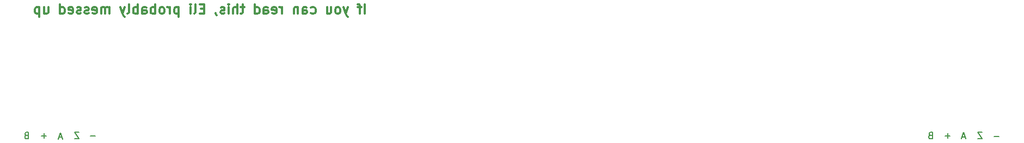
<source format=gbr>
G04 #@! TF.GenerationSoftware,KiCad,Pcbnew,(5.1.2)-1*
G04 #@! TF.CreationDate,2020-03-03T11:05:45-06:00*
G04 #@! TF.ProjectId,ODriveInterfacingBoard,4f447269-7665-4496-9e74-657266616369,rev?*
G04 #@! TF.SameCoordinates,Original*
G04 #@! TF.FileFunction,Legend,Bot*
G04 #@! TF.FilePolarity,Positive*
%FSLAX46Y46*%
G04 Gerber Fmt 4.6, Leading zero omitted, Abs format (unit mm)*
G04 Created by KiCad (PCBNEW (5.1.2)-1) date 2020-03-03 11:05:45*
%MOMM*%
%LPD*%
G04 APERTURE LIST*
%ADD10C,0.300000*%
%ADD11C,0.150000*%
G04 APERTURE END LIST*
D10*
X121111142Y-92626571D02*
X121111142Y-91126571D01*
X120611142Y-91626571D02*
X120039714Y-91626571D01*
X120396857Y-92626571D02*
X120396857Y-91340857D01*
X120325428Y-91198000D01*
X120182571Y-91126571D01*
X120039714Y-91126571D01*
X118539714Y-91626571D02*
X118182571Y-92626571D01*
X117825428Y-91626571D02*
X118182571Y-92626571D01*
X118325428Y-92983714D01*
X118396857Y-93055142D01*
X118539714Y-93126571D01*
X117039714Y-92626571D02*
X117182571Y-92555142D01*
X117254000Y-92483714D01*
X117325428Y-92340857D01*
X117325428Y-91912285D01*
X117254000Y-91769428D01*
X117182571Y-91698000D01*
X117039714Y-91626571D01*
X116825428Y-91626571D01*
X116682571Y-91698000D01*
X116611142Y-91769428D01*
X116539714Y-91912285D01*
X116539714Y-92340857D01*
X116611142Y-92483714D01*
X116682571Y-92555142D01*
X116825428Y-92626571D01*
X117039714Y-92626571D01*
X115254000Y-91626571D02*
X115254000Y-92626571D01*
X115896857Y-91626571D02*
X115896857Y-92412285D01*
X115825428Y-92555142D01*
X115682571Y-92626571D01*
X115468285Y-92626571D01*
X115325428Y-92555142D01*
X115254000Y-92483714D01*
X112754000Y-92555142D02*
X112896857Y-92626571D01*
X113182571Y-92626571D01*
X113325428Y-92555142D01*
X113396857Y-92483714D01*
X113468285Y-92340857D01*
X113468285Y-91912285D01*
X113396857Y-91769428D01*
X113325428Y-91698000D01*
X113182571Y-91626571D01*
X112896857Y-91626571D01*
X112754000Y-91698000D01*
X111468285Y-92626571D02*
X111468285Y-91840857D01*
X111539714Y-91698000D01*
X111682571Y-91626571D01*
X111968285Y-91626571D01*
X112111142Y-91698000D01*
X111468285Y-92555142D02*
X111611142Y-92626571D01*
X111968285Y-92626571D01*
X112111142Y-92555142D01*
X112182571Y-92412285D01*
X112182571Y-92269428D01*
X112111142Y-92126571D01*
X111968285Y-92055142D01*
X111611142Y-92055142D01*
X111468285Y-91983714D01*
X110754000Y-91626571D02*
X110754000Y-92626571D01*
X110754000Y-91769428D02*
X110682571Y-91698000D01*
X110539714Y-91626571D01*
X110325428Y-91626571D01*
X110182571Y-91698000D01*
X110111142Y-91840857D01*
X110111142Y-92626571D01*
X108254000Y-92626571D02*
X108254000Y-91626571D01*
X108254000Y-91912285D02*
X108182571Y-91769428D01*
X108111142Y-91698000D01*
X107968285Y-91626571D01*
X107825428Y-91626571D01*
X106754000Y-92555142D02*
X106896857Y-92626571D01*
X107182571Y-92626571D01*
X107325428Y-92555142D01*
X107396857Y-92412285D01*
X107396857Y-91840857D01*
X107325428Y-91698000D01*
X107182571Y-91626571D01*
X106896857Y-91626571D01*
X106754000Y-91698000D01*
X106682571Y-91840857D01*
X106682571Y-91983714D01*
X107396857Y-92126571D01*
X105396857Y-92626571D02*
X105396857Y-91840857D01*
X105468285Y-91698000D01*
X105611142Y-91626571D01*
X105896857Y-91626571D01*
X106039714Y-91698000D01*
X105396857Y-92555142D02*
X105539714Y-92626571D01*
X105896857Y-92626571D01*
X106039714Y-92555142D01*
X106111142Y-92412285D01*
X106111142Y-92269428D01*
X106039714Y-92126571D01*
X105896857Y-92055142D01*
X105539714Y-92055142D01*
X105396857Y-91983714D01*
X104039714Y-92626571D02*
X104039714Y-91126571D01*
X104039714Y-92555142D02*
X104182571Y-92626571D01*
X104468285Y-92626571D01*
X104611142Y-92555142D01*
X104682571Y-92483714D01*
X104754000Y-92340857D01*
X104754000Y-91912285D01*
X104682571Y-91769428D01*
X104611142Y-91698000D01*
X104468285Y-91626571D01*
X104182571Y-91626571D01*
X104039714Y-91698000D01*
X102396857Y-91626571D02*
X101825428Y-91626571D01*
X102182571Y-91126571D02*
X102182571Y-92412285D01*
X102111142Y-92555142D01*
X101968285Y-92626571D01*
X101825428Y-92626571D01*
X101325428Y-92626571D02*
X101325428Y-91126571D01*
X100682571Y-92626571D02*
X100682571Y-91840857D01*
X100754000Y-91698000D01*
X100896857Y-91626571D01*
X101111142Y-91626571D01*
X101254000Y-91698000D01*
X101325428Y-91769428D01*
X99968285Y-92626571D02*
X99968285Y-91626571D01*
X99968285Y-91126571D02*
X100039714Y-91198000D01*
X99968285Y-91269428D01*
X99896857Y-91198000D01*
X99968285Y-91126571D01*
X99968285Y-91269428D01*
X99325428Y-92555142D02*
X99182571Y-92626571D01*
X98896857Y-92626571D01*
X98754000Y-92555142D01*
X98682571Y-92412285D01*
X98682571Y-92340857D01*
X98754000Y-92198000D01*
X98896857Y-92126571D01*
X99111142Y-92126571D01*
X99254000Y-92055142D01*
X99325428Y-91912285D01*
X99325428Y-91840857D01*
X99254000Y-91698000D01*
X99111142Y-91626571D01*
X98896857Y-91626571D01*
X98754000Y-91698000D01*
X97968285Y-92555142D02*
X97968285Y-92626571D01*
X98039714Y-92769428D01*
X98111142Y-92840857D01*
X96182571Y-91840857D02*
X95682571Y-91840857D01*
X95468285Y-92626571D02*
X96182571Y-92626571D01*
X96182571Y-91126571D01*
X95468285Y-91126571D01*
X94611142Y-92626571D02*
X94754000Y-92555142D01*
X94825428Y-92412285D01*
X94825428Y-91126571D01*
X94039714Y-92626571D02*
X94039714Y-91626571D01*
X94039714Y-91126571D02*
X94111142Y-91198000D01*
X94039714Y-91269428D01*
X93968285Y-91198000D01*
X94039714Y-91126571D01*
X94039714Y-91269428D01*
X92182571Y-91626571D02*
X92182571Y-93126571D01*
X92182571Y-91698000D02*
X92039714Y-91626571D01*
X91754000Y-91626571D01*
X91611142Y-91698000D01*
X91539714Y-91769428D01*
X91468285Y-91912285D01*
X91468285Y-92340857D01*
X91539714Y-92483714D01*
X91611142Y-92555142D01*
X91754000Y-92626571D01*
X92039714Y-92626571D01*
X92182571Y-92555142D01*
X90825428Y-92626571D02*
X90825428Y-91626571D01*
X90825428Y-91912285D02*
X90754000Y-91769428D01*
X90682571Y-91698000D01*
X90539714Y-91626571D01*
X90396857Y-91626571D01*
X89682571Y-92626571D02*
X89825428Y-92555142D01*
X89896857Y-92483714D01*
X89968285Y-92340857D01*
X89968285Y-91912285D01*
X89896857Y-91769428D01*
X89825428Y-91698000D01*
X89682571Y-91626571D01*
X89468285Y-91626571D01*
X89325428Y-91698000D01*
X89254000Y-91769428D01*
X89182571Y-91912285D01*
X89182571Y-92340857D01*
X89254000Y-92483714D01*
X89325428Y-92555142D01*
X89468285Y-92626571D01*
X89682571Y-92626571D01*
X88539714Y-92626571D02*
X88539714Y-91126571D01*
X88539714Y-91698000D02*
X88396857Y-91626571D01*
X88111142Y-91626571D01*
X87968285Y-91698000D01*
X87896857Y-91769428D01*
X87825428Y-91912285D01*
X87825428Y-92340857D01*
X87896857Y-92483714D01*
X87968285Y-92555142D01*
X88111142Y-92626571D01*
X88396857Y-92626571D01*
X88539714Y-92555142D01*
X86539714Y-92626571D02*
X86539714Y-91840857D01*
X86611142Y-91698000D01*
X86754000Y-91626571D01*
X87039714Y-91626571D01*
X87182571Y-91698000D01*
X86539714Y-92555142D02*
X86682571Y-92626571D01*
X87039714Y-92626571D01*
X87182571Y-92555142D01*
X87254000Y-92412285D01*
X87254000Y-92269428D01*
X87182571Y-92126571D01*
X87039714Y-92055142D01*
X86682571Y-92055142D01*
X86539714Y-91983714D01*
X85825428Y-92626571D02*
X85825428Y-91126571D01*
X85825428Y-91698000D02*
X85682571Y-91626571D01*
X85396857Y-91626571D01*
X85254000Y-91698000D01*
X85182571Y-91769428D01*
X85111142Y-91912285D01*
X85111142Y-92340857D01*
X85182571Y-92483714D01*
X85254000Y-92555142D01*
X85396857Y-92626571D01*
X85682571Y-92626571D01*
X85825428Y-92555142D01*
X84254000Y-92626571D02*
X84396857Y-92555142D01*
X84468285Y-92412285D01*
X84468285Y-91126571D01*
X83825428Y-91626571D02*
X83468285Y-92626571D01*
X83111142Y-91626571D02*
X83468285Y-92626571D01*
X83611142Y-92983714D01*
X83682571Y-93055142D01*
X83825428Y-93126571D01*
X81396857Y-92626571D02*
X81396857Y-91626571D01*
X81396857Y-91769428D02*
X81325428Y-91698000D01*
X81182571Y-91626571D01*
X80968285Y-91626571D01*
X80825428Y-91698000D01*
X80754000Y-91840857D01*
X80754000Y-92626571D01*
X80754000Y-91840857D02*
X80682571Y-91698000D01*
X80539714Y-91626571D01*
X80325428Y-91626571D01*
X80182571Y-91698000D01*
X80111142Y-91840857D01*
X80111142Y-92626571D01*
X78825428Y-92555142D02*
X78968285Y-92626571D01*
X79254000Y-92626571D01*
X79396857Y-92555142D01*
X79468285Y-92412285D01*
X79468285Y-91840857D01*
X79396857Y-91698000D01*
X79254000Y-91626571D01*
X78968285Y-91626571D01*
X78825428Y-91698000D01*
X78754000Y-91840857D01*
X78754000Y-91983714D01*
X79468285Y-92126571D01*
X78182571Y-92555142D02*
X78039714Y-92626571D01*
X77754000Y-92626571D01*
X77611142Y-92555142D01*
X77539714Y-92412285D01*
X77539714Y-92340857D01*
X77611142Y-92198000D01*
X77754000Y-92126571D01*
X77968285Y-92126571D01*
X78111142Y-92055142D01*
X78182571Y-91912285D01*
X78182571Y-91840857D01*
X78111142Y-91698000D01*
X77968285Y-91626571D01*
X77754000Y-91626571D01*
X77611142Y-91698000D01*
X76968285Y-92555142D02*
X76825428Y-92626571D01*
X76539714Y-92626571D01*
X76396857Y-92555142D01*
X76325428Y-92412285D01*
X76325428Y-92340857D01*
X76396857Y-92198000D01*
X76539714Y-92126571D01*
X76754000Y-92126571D01*
X76896857Y-92055142D01*
X76968285Y-91912285D01*
X76968285Y-91840857D01*
X76896857Y-91698000D01*
X76754000Y-91626571D01*
X76539714Y-91626571D01*
X76396857Y-91698000D01*
X75111142Y-92555142D02*
X75254000Y-92626571D01*
X75539714Y-92626571D01*
X75682571Y-92555142D01*
X75754000Y-92412285D01*
X75754000Y-91840857D01*
X75682571Y-91698000D01*
X75539714Y-91626571D01*
X75254000Y-91626571D01*
X75111142Y-91698000D01*
X75039714Y-91840857D01*
X75039714Y-91983714D01*
X75754000Y-92126571D01*
X73754000Y-92626571D02*
X73754000Y-91126571D01*
X73754000Y-92555142D02*
X73896857Y-92626571D01*
X74182571Y-92626571D01*
X74325428Y-92555142D01*
X74396857Y-92483714D01*
X74468285Y-92340857D01*
X74468285Y-91912285D01*
X74396857Y-91769428D01*
X74325428Y-91698000D01*
X74182571Y-91626571D01*
X73896857Y-91626571D01*
X73754000Y-91698000D01*
X71254000Y-91626571D02*
X71254000Y-92626571D01*
X71896857Y-91626571D02*
X71896857Y-92412285D01*
X71825428Y-92555142D01*
X71682571Y-92626571D01*
X71468285Y-92626571D01*
X71325428Y-92555142D01*
X71254000Y-92483714D01*
X70539714Y-91626571D02*
X70539714Y-93126571D01*
X70539714Y-91698000D02*
X70396857Y-91626571D01*
X70111142Y-91626571D01*
X69968285Y-91698000D01*
X69896857Y-91769428D01*
X69825428Y-91912285D01*
X69825428Y-92340857D01*
X69896857Y-92483714D01*
X69968285Y-92555142D01*
X70111142Y-92626571D01*
X70396857Y-92626571D01*
X70539714Y-92555142D01*
D11*
X217122333Y-111085380D02*
X216455666Y-111085380D01*
X217122333Y-112085380D01*
X216455666Y-112085380D01*
X212153452Y-111640928D02*
X211391547Y-111640928D01*
X211772500Y-112021880D02*
X211772500Y-111259976D01*
X219773452Y-111704428D02*
X219011547Y-111704428D01*
X214487095Y-111799666D02*
X214010904Y-111799666D01*
X214582333Y-112085380D02*
X214249000Y-111085380D01*
X213915666Y-112085380D01*
X209097571Y-111561571D02*
X208954714Y-111609190D01*
X208907095Y-111656809D01*
X208859476Y-111752047D01*
X208859476Y-111894904D01*
X208907095Y-111990142D01*
X208954714Y-112037761D01*
X209049952Y-112085380D01*
X209430904Y-112085380D01*
X209430904Y-111085380D01*
X209097571Y-111085380D01*
X209002333Y-111133000D01*
X208954714Y-111180619D01*
X208907095Y-111275857D01*
X208907095Y-111371095D01*
X208954714Y-111466333D01*
X209002333Y-111513952D01*
X209097571Y-111561571D01*
X209430904Y-111561571D01*
X71627952Y-111640928D02*
X70866047Y-111640928D01*
X71247000Y-112021880D02*
X71247000Y-111259976D01*
X74025095Y-111863166D02*
X73548904Y-111863166D01*
X74120333Y-112148880D02*
X73787000Y-111148880D01*
X73453666Y-112148880D01*
X68508571Y-111561571D02*
X68365714Y-111609190D01*
X68318095Y-111656809D01*
X68270476Y-111752047D01*
X68270476Y-111894904D01*
X68318095Y-111990142D01*
X68365714Y-112037761D01*
X68460952Y-112085380D01*
X68841904Y-112085380D01*
X68841904Y-111085380D01*
X68508571Y-111085380D01*
X68413333Y-111133000D01*
X68365714Y-111180619D01*
X68318095Y-111275857D01*
X68318095Y-111371095D01*
X68365714Y-111466333D01*
X68413333Y-111513952D01*
X68508571Y-111561571D01*
X68841904Y-111561571D01*
X76660333Y-111085380D02*
X75993666Y-111085380D01*
X76660333Y-112085380D01*
X75993666Y-112085380D01*
X79247952Y-111640928D02*
X78486047Y-111640928D01*
M02*

</source>
